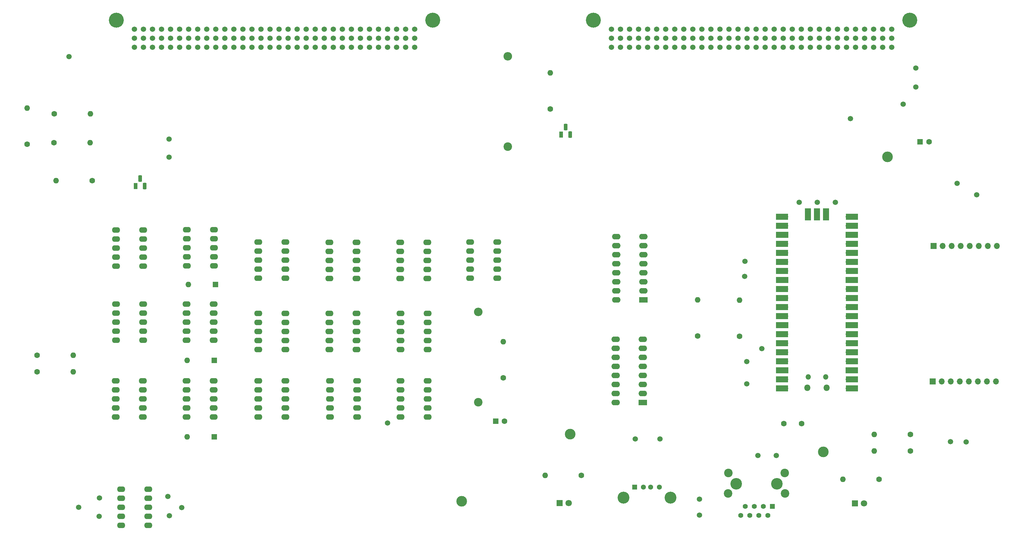
<source format=gts>
%TF.GenerationSoftware,KiCad,Pcbnew,7.0.5*%
%TF.CreationDate,2024-10-12T11:19:12-04:00*%
%TF.ProjectId,selftest_bd,73656c66-7465-4737-945f-62642e6b6963,2.1*%
%TF.SameCoordinates,Original*%
%TF.FileFunction,Soldermask,Top*%
%TF.FilePolarity,Negative*%
%FSLAX46Y46*%
G04 Gerber Fmt 4.6, Leading zero omitted, Abs format (unit mm)*
G04 Created by KiCad (PCBNEW 7.0.5) date 2024-10-12 11:19:12*
%MOMM*%
%LPD*%
G01*
G04 APERTURE LIST*
G04 Aperture macros list*
%AMRoundRect*
0 Rectangle with rounded corners*
0 $1 Rounding radius*
0 $2 $3 $4 $5 $6 $7 $8 $9 X,Y pos of 4 corners*
0 Add a 4 corners polygon primitive as box body*
4,1,4,$2,$3,$4,$5,$6,$7,$8,$9,$2,$3,0*
0 Add four circle primitives for the rounded corners*
1,1,$1+$1,$2,$3*
1,1,$1+$1,$4,$5*
1,1,$1+$1,$6,$7*
1,1,$1+$1,$8,$9*
0 Add four rect primitives between the rounded corners*
20,1,$1+$1,$2,$3,$4,$5,0*
20,1,$1+$1,$4,$5,$6,$7,0*
20,1,$1+$1,$6,$7,$8,$9,0*
20,1,$1+$1,$8,$9,$2,$3,0*%
G04 Aperture macros list end*
%ADD10C,1.500000*%
%ADD11R,1.800000X1.800000*%
%ADD12C,1.800000*%
%ADD13O,2.300000X1.600000*%
%ADD14R,1.600000X1.600000*%
%ADD15O,1.600000X1.600000*%
%ADD16C,3.250000*%
%ADD17R,1.408000X1.408000*%
%ADD18C,1.408000*%
%ADD19C,2.400000*%
%ADD20C,4.200000*%
%ADD21C,1.600000*%
%ADD22R,1.100000X1.800000*%
%ADD23RoundRect,0.275000X-0.275000X-0.625000X0.275000X-0.625000X0.275000X0.625000X-0.275000X0.625000X0*%
%ADD24R,2.400000X1.600000*%
%ADD25O,2.400000X1.600000*%
%ADD26O,2.400000X2.400000*%
%ADD27C,3.000000*%
%ADD28R,1.428000X1.428000*%
%ADD29C,1.428000*%
%ADD30C,3.346000*%
%ADD31R,1.700000X1.700000*%
%ADD32O,1.700000X1.700000*%
%ADD33O,1.800000X1.800000*%
%ADD34O,1.500000X1.500000*%
%ADD35R,3.500000X1.700000*%
%ADD36R,1.700000X3.500000*%
G04 APERTURE END LIST*
D10*
%TO.C,TP15*%
X215701800Y-98590000D03*
%TD*%
%TO.C,TP32*%
X27923500Y-139564335D03*
%TD*%
%TO.C,TP5*%
X259639000Y-26230000D03*
%TD*%
D11*
%TO.C,D4*%
X163063200Y-138421800D03*
D12*
X165603200Y-138421800D03*
%TD*%
D10*
%TO.C,TP23*%
X202387400Y-141774600D03*
%TD*%
%TO.C,TP40*%
X191313000Y-120337000D03*
%TD*%
D13*
%TO.C,K16*%
X125948400Y-75221600D03*
X125948400Y-72681600D03*
X125948400Y-70141600D03*
X125948400Y-67601600D03*
X125948400Y-65061600D03*
X118328400Y-65061600D03*
X118328400Y-67601600D03*
X118328400Y-70141600D03*
X118328400Y-72681600D03*
X118328400Y-75221600D03*
%TD*%
D10*
%TO.C,TP35*%
X33723500Y-142164335D03*
%TD*%
D13*
%TO.C,K4*%
X126015200Y-114226200D03*
X126015200Y-111686200D03*
X126015200Y-109146200D03*
X126015200Y-106606200D03*
X126015200Y-104066200D03*
X118395200Y-104066200D03*
X118395200Y-106606200D03*
X118395200Y-109146200D03*
X118395200Y-111686200D03*
X118395200Y-114226200D03*
%TD*%
D14*
%TO.C,D1*%
X66025200Y-98276200D03*
D15*
X58405200Y-98276200D03*
%TD*%
D16*
%TO.C,J3*%
X224129800Y-132960800D03*
X212699800Y-132960800D03*
D17*
X222859800Y-139310800D03*
D18*
X221589800Y-141850800D03*
X220319800Y-139310800D03*
X219049800Y-141850800D03*
X217779800Y-139310800D03*
X216509800Y-141850800D03*
X215239800Y-139310800D03*
X213969800Y-141850800D03*
D19*
X226439800Y-135710800D03*
X226329800Y-129910800D03*
X210499800Y-129910800D03*
X210389800Y-135710800D03*
%TD*%
D10*
%TO.C,J2*%
X122352000Y-5165335D03*
X119812000Y-5165335D03*
X117272000Y-5165335D03*
X114732000Y-5165335D03*
X112192000Y-5165335D03*
X109652000Y-5165335D03*
X107112000Y-5165335D03*
X104572000Y-5165335D03*
X102032000Y-5165335D03*
X99492000Y-5165335D03*
X96952000Y-5165335D03*
X94412000Y-5165335D03*
X91872000Y-5165335D03*
X89332000Y-5165335D03*
X86792000Y-5165335D03*
X84252000Y-5165335D03*
X81712000Y-5165335D03*
X79172000Y-5165335D03*
X76632000Y-5165335D03*
X74092000Y-5165335D03*
X71552000Y-5165335D03*
X69012000Y-5165335D03*
X66472000Y-5165335D03*
X63932000Y-5165335D03*
X61392000Y-5165335D03*
X58852000Y-5165335D03*
X56312000Y-5165335D03*
X53772000Y-5165335D03*
X51232000Y-5165335D03*
X48692000Y-5165335D03*
X46152000Y-5165335D03*
X43612000Y-5165335D03*
X122352000Y-7705335D03*
X119812000Y-7705335D03*
X117272000Y-7705335D03*
X114732000Y-7705335D03*
X112192000Y-7705335D03*
X109652000Y-7705335D03*
X107112000Y-7705335D03*
X104572000Y-7705335D03*
X102032000Y-7705335D03*
X99492000Y-7705335D03*
X96952000Y-7705335D03*
X94412000Y-7705335D03*
X91872000Y-7705335D03*
X89332000Y-7705335D03*
X86792000Y-7705335D03*
X84252000Y-7705335D03*
X81712000Y-7705335D03*
X79172000Y-7705335D03*
X76632000Y-7705335D03*
X74092000Y-7705335D03*
X71552000Y-7705335D03*
X69012000Y-7705335D03*
X66472000Y-7705335D03*
X63932000Y-7705335D03*
X61392000Y-7705335D03*
X58852000Y-7705335D03*
X56312000Y-7705335D03*
X53772000Y-7705335D03*
X51232000Y-7705335D03*
X48692000Y-7705335D03*
X46152000Y-7705335D03*
X43612000Y-7705335D03*
X122352000Y-10245335D03*
X119812000Y-10245335D03*
X117272000Y-10245335D03*
X114732000Y-10245335D03*
X112192000Y-10245335D03*
X109652000Y-10245335D03*
X107112000Y-10245335D03*
X104572000Y-10245335D03*
X102032000Y-10245335D03*
X99492000Y-10245335D03*
X96952000Y-10245335D03*
X94412000Y-10245335D03*
X91872000Y-10245335D03*
X89332000Y-10245335D03*
X86792000Y-10245335D03*
X84252000Y-10245335D03*
X81712000Y-10245335D03*
X79172000Y-10245335D03*
X76632000Y-10245335D03*
X74092000Y-10245335D03*
X71552000Y-10245335D03*
X69012000Y-10245335D03*
X66472000Y-10245335D03*
X63932000Y-10245335D03*
X61392000Y-10245335D03*
X58852000Y-10245335D03*
X56312000Y-10245335D03*
X53772000Y-10245335D03*
X51232000Y-10245335D03*
X48692000Y-10245335D03*
X46152000Y-10245335D03*
X43612000Y-10245335D03*
D20*
X127432000Y-2625335D03*
X38532000Y-2625335D03*
%TD*%
D10*
%TO.C,TP2*%
X244811200Y-30294000D03*
%TD*%
%TO.C,TP11*%
X230391400Y-53826600D03*
%TD*%
%TO.C,TP9*%
X25269600Y-12818665D03*
%TD*%
D21*
%TO.C,R9*%
X261671000Y-123766000D03*
D15*
X251511000Y-123766000D03*
%TD*%
D21*
%TO.C,R1*%
X147215200Y-103186200D03*
D15*
X147215200Y-93026200D03*
%TD*%
D21*
%TO.C,R7*%
X21056800Y-37050400D03*
D15*
X31216800Y-37050400D03*
%TD*%
D13*
%TO.C,K17*%
X47513500Y-144654335D03*
X47513500Y-142114335D03*
X47513500Y-139574335D03*
X47513500Y-137034335D03*
X47513500Y-134494335D03*
X39893500Y-134494335D03*
X39893500Y-137034335D03*
X39893500Y-139574335D03*
X39893500Y-142114335D03*
X39893500Y-144654335D03*
%TD*%
D10*
%TO.C,TP4*%
X53391000Y-36009000D03*
%TD*%
%TO.C,J1*%
X256387800Y-5165335D03*
X253847800Y-5165335D03*
X251307800Y-5165335D03*
X248767800Y-5165335D03*
X246227800Y-5165335D03*
X243687800Y-5165335D03*
X241147800Y-5165335D03*
X238607800Y-5165335D03*
X236067800Y-5165335D03*
X233527800Y-5165335D03*
X230987800Y-5165335D03*
X228447800Y-5165335D03*
X225907800Y-5165335D03*
X223367800Y-5165335D03*
X220827800Y-5165335D03*
X218287800Y-5165335D03*
X215747800Y-5165335D03*
X213207800Y-5165335D03*
X210667800Y-5165335D03*
X208127800Y-5165335D03*
X205587800Y-5165335D03*
X203047800Y-5165335D03*
X200507800Y-5165335D03*
X197967800Y-5165335D03*
X195427800Y-5165335D03*
X192887800Y-5165335D03*
X190347800Y-5165335D03*
X187807800Y-5165335D03*
X185267800Y-5165335D03*
X182727800Y-5165335D03*
X180187800Y-5165335D03*
X177647800Y-5165335D03*
X256387800Y-7705335D03*
X253847800Y-7705335D03*
X251307800Y-7705335D03*
X248767800Y-7705335D03*
X246227800Y-7705335D03*
X243687800Y-7705335D03*
X241147800Y-7705335D03*
X238607800Y-7705335D03*
X236067800Y-7705335D03*
X233527800Y-7705335D03*
X230987800Y-7705335D03*
X228447800Y-7705335D03*
X225907800Y-7705335D03*
X223367800Y-7705335D03*
X220827800Y-7705335D03*
X218287800Y-7705335D03*
X215747800Y-7705335D03*
X213207800Y-7705335D03*
X210667800Y-7705335D03*
X208127800Y-7705335D03*
X205587800Y-7705335D03*
X203047800Y-7705335D03*
X200507800Y-7705335D03*
X197967800Y-7705335D03*
X195427800Y-7705335D03*
X192887800Y-7705335D03*
X190347800Y-7705335D03*
X187807800Y-7705335D03*
X185267800Y-7705335D03*
X182727800Y-7705335D03*
X180187800Y-7705335D03*
X177647800Y-7705335D03*
X256387800Y-10245335D03*
X253847800Y-10245335D03*
X251307800Y-10245335D03*
X248767800Y-10245335D03*
X246227800Y-10245335D03*
X243687800Y-10245335D03*
X241147800Y-10245335D03*
X238607800Y-10245335D03*
X236067800Y-10245335D03*
X233527800Y-10245335D03*
X230987800Y-10245335D03*
X228447800Y-10245335D03*
X225907800Y-10245335D03*
X223367800Y-10245335D03*
X220827800Y-10245335D03*
X218287800Y-10245335D03*
X215747800Y-10245335D03*
X213207800Y-10245335D03*
X210667800Y-10245335D03*
X208127800Y-10245335D03*
X205587800Y-10245335D03*
X203047800Y-10245335D03*
X200507800Y-10245335D03*
X197967800Y-10245335D03*
X195427800Y-10245335D03*
X192887800Y-10245335D03*
X190347800Y-10245335D03*
X187807800Y-10245335D03*
X185267800Y-10245335D03*
X182727800Y-10245335D03*
X180187800Y-10245335D03*
X177647800Y-10245335D03*
D20*
X261467800Y-2625335D03*
X172567800Y-2625335D03*
%TD*%
D10*
%TO.C,TP14*%
X215701800Y-104889200D03*
%TD*%
D13*
%TO.C,K14*%
X86015200Y-75196200D03*
X86015200Y-72656200D03*
X86015200Y-70116200D03*
X86015200Y-67576200D03*
X86015200Y-65036200D03*
X78395200Y-65036200D03*
X78395200Y-67576200D03*
X78395200Y-70116200D03*
X78395200Y-72656200D03*
X78395200Y-75196200D03*
%TD*%
D22*
%TO.C,U4*%
X163550800Y-34758000D03*
D23*
X164820800Y-32688000D03*
X166090800Y-34758000D03*
%TD*%
D24*
%TO.C,U2*%
X186588600Y-81271800D03*
D25*
X186588600Y-78731800D03*
X186588600Y-76191800D03*
X186588600Y-73651800D03*
X186588600Y-71111800D03*
X186588600Y-68571800D03*
X186588600Y-66031800D03*
X186588600Y-63491800D03*
X178968600Y-63491800D03*
X178968600Y-66031800D03*
X178968600Y-68571800D03*
X178968600Y-71111800D03*
X178968600Y-73651800D03*
X178968600Y-76191800D03*
X178968600Y-78731800D03*
X178968600Y-81271800D03*
%TD*%
D24*
%TO.C,U3*%
X186436200Y-110151600D03*
D25*
X186436200Y-107611600D03*
X186436200Y-105071600D03*
X186436200Y-102531600D03*
X186436200Y-99991600D03*
X186436200Y-97451600D03*
X186436200Y-94911600D03*
X186436200Y-92371600D03*
X178816200Y-92371600D03*
X178816200Y-94911600D03*
X178816200Y-97451600D03*
X178816200Y-99991600D03*
X178816200Y-102531600D03*
X178816200Y-105071600D03*
X178816200Y-107611600D03*
X178816200Y-110151600D03*
%TD*%
D21*
%TO.C,C1*%
X231111000Y-116019000D03*
X226111000Y-116019000D03*
%TD*%
D10*
%TO.C,TP17*%
X219888000Y-94937000D03*
%TD*%
D13*
%TO.C,K6*%
X46085200Y-71756200D03*
X46085200Y-69216200D03*
X46085200Y-66676200D03*
X46085200Y-64136200D03*
X46085200Y-61596200D03*
X38465200Y-61596200D03*
X38465200Y-64136200D03*
X38465200Y-66676200D03*
X38465200Y-69216200D03*
X38465200Y-71756200D03*
%TD*%
D21*
%TO.C,R11*%
X201854000Y-91381000D03*
D15*
X201854000Y-81221000D03*
%TD*%
D19*
%TO.C,R12*%
X148539400Y-38142600D03*
D26*
X148539400Y-12742600D03*
%TD*%
D10*
%TO.C,TP1*%
X263131200Y-16054065D03*
%TD*%
D13*
%TO.C,K2*%
X86015200Y-114226200D03*
X86015200Y-111686200D03*
X86015200Y-109146200D03*
X86015200Y-106606200D03*
X86015200Y-104066200D03*
X78395200Y-104066200D03*
X78395200Y-106606200D03*
X78395200Y-109146200D03*
X78395200Y-111686200D03*
X78395200Y-114226200D03*
%TD*%
%TO.C,K9*%
X46085200Y-92616200D03*
X46085200Y-90076200D03*
X46085200Y-87536200D03*
X46085200Y-84996200D03*
X46085200Y-82456200D03*
X38465200Y-82456200D03*
X38465200Y-84996200D03*
X38465200Y-87536200D03*
X38465200Y-90076200D03*
X38465200Y-92616200D03*
%TD*%
D10*
%TO.C,TP20*%
X272923200Y-121175200D03*
%TD*%
D13*
%TO.C,K15*%
X106015200Y-75221600D03*
X106015200Y-72681600D03*
X106015200Y-70141600D03*
X106015200Y-67601600D03*
X106015200Y-65061600D03*
X98395200Y-65061600D03*
X98395200Y-67601600D03*
X98395200Y-70141600D03*
X98395200Y-72681600D03*
X98395200Y-75221600D03*
%TD*%
%TO.C,K13*%
X46015200Y-114226200D03*
X46015200Y-111686200D03*
X46015200Y-109146200D03*
X46015200Y-106606200D03*
X46015200Y-104066200D03*
X38395200Y-104066200D03*
X38395200Y-106606200D03*
X38395200Y-109146200D03*
X38395200Y-111686200D03*
X38395200Y-114226200D03*
%TD*%
D10*
%TO.C,TP24*%
X223952000Y-125010600D03*
%TD*%
D13*
%TO.C,K5*%
X106215200Y-114226200D03*
X106215200Y-111686200D03*
X106215200Y-109146200D03*
X106215200Y-106606200D03*
X106215200Y-104066200D03*
X98595200Y-104066200D03*
X98595200Y-106606200D03*
X98595200Y-109146200D03*
X98595200Y-111686200D03*
X98595200Y-114226200D03*
%TD*%
%TO.C,K8*%
X86015200Y-95226200D03*
X86015200Y-92686200D03*
X86015200Y-90146200D03*
X86015200Y-87606200D03*
X86015200Y-85066200D03*
X78395200Y-85066200D03*
X78395200Y-87606200D03*
X78395200Y-90146200D03*
X78395200Y-92686200D03*
X78395200Y-95226200D03*
%TD*%
D10*
%TO.C,TP25*%
X218821200Y-125010600D03*
%TD*%
D21*
%TO.C,R14*%
X31801000Y-47693000D03*
D15*
X21641000Y-47693000D03*
%TD*%
D27*
%TO.C,TP6*%
X135585400Y-137913800D03*
%TD*%
D10*
%TO.C,TP28*%
X114706600Y-115917400D03*
%TD*%
D21*
%TO.C,R6*%
X13513000Y-37482200D03*
D15*
X13513000Y-27322200D03*
%TD*%
D27*
%TO.C,TP37*%
X166040000Y-119016200D03*
%TD*%
D21*
%TO.C,R15*%
X169164200Y-130598600D03*
D15*
X159004200Y-130598600D03*
%TD*%
D14*
%TO.C,D3*%
X66375200Y-76926200D03*
D15*
X58755200Y-76926200D03*
%TD*%
D28*
%TO.C,J4*%
X184138400Y-133885065D03*
D29*
X186638400Y-133885065D03*
X188638400Y-133885065D03*
X191138400Y-133885065D03*
D30*
X181068400Y-136885065D03*
X194208400Y-136885065D03*
%TD*%
D31*
%TO.C,J6*%
X268135600Y-66085600D03*
D32*
X270675600Y-66085600D03*
X273215600Y-66085600D03*
X275755600Y-66085600D03*
X278295600Y-66085600D03*
X280835600Y-66085600D03*
X283375600Y-66085600D03*
X285915600Y-66085600D03*
%TD*%
D10*
%TO.C,TP34*%
X53023500Y-136564335D03*
%TD*%
D13*
%TO.C,K3*%
X126015200Y-95226200D03*
X126015200Y-92686200D03*
X126015200Y-90146200D03*
X126015200Y-87606200D03*
X126015200Y-85066200D03*
X118395200Y-85066200D03*
X118395200Y-87606200D03*
X118395200Y-90146200D03*
X118395200Y-92686200D03*
X118395200Y-95226200D03*
%TD*%
D10*
%TO.C,TP33*%
X53423500Y-141964335D03*
%TD*%
%TO.C,TP26*%
X274752000Y-48455000D03*
%TD*%
D13*
%TO.C,K1*%
X145542200Y-75205600D03*
X145542200Y-72665600D03*
X145542200Y-70125600D03*
X145542200Y-67585600D03*
X145542200Y-65045600D03*
X137922200Y-65045600D03*
X137922200Y-67585600D03*
X137922200Y-70125600D03*
X137922200Y-72665600D03*
X137922200Y-75205600D03*
%TD*%
D10*
%TO.C,TP13*%
X240551400Y-53826600D03*
%TD*%
%TO.C,TP12*%
X235471400Y-53826600D03*
%TD*%
D13*
%TO.C,K12*%
X65938600Y-71670600D03*
X65938600Y-69130600D03*
X65938600Y-66590600D03*
X65938600Y-64050600D03*
X65938600Y-61510600D03*
X58318600Y-61510600D03*
X58318600Y-64050600D03*
X58318600Y-66590600D03*
X58318600Y-69130600D03*
X58318600Y-71670600D03*
%TD*%
D10*
%TO.C,TP22*%
X202387400Y-137278800D03*
%TD*%
D21*
%TO.C,R5*%
X21133000Y-28897000D03*
D15*
X31293000Y-28897000D03*
%TD*%
D10*
%TO.C,TP36*%
X33823500Y-136964335D03*
%TD*%
D21*
%TO.C,R4*%
X16306200Y-101466600D03*
D15*
X26466200Y-101466600D03*
%TD*%
D14*
%TO.C,C3*%
X264379144Y-36771000D03*
D21*
X266879144Y-36771000D03*
%TD*%
D27*
%TO.C,TP38*%
X255244800Y-41020865D03*
%TD*%
D10*
%TO.C,TP39*%
X184329400Y-120414465D03*
%TD*%
%TO.C,TP27*%
X280289200Y-51680800D03*
%TD*%
D13*
%TO.C,K7*%
X106015200Y-95226200D03*
X106015200Y-92686200D03*
X106015200Y-90146200D03*
X106015200Y-87606200D03*
X106015200Y-85066200D03*
X98395200Y-85066200D03*
X98395200Y-87606200D03*
X98395200Y-90146200D03*
X98395200Y-92686200D03*
X98395200Y-95226200D03*
%TD*%
D10*
%TO.C,TP21*%
X277292000Y-121226000D03*
%TD*%
D21*
%TO.C,R13*%
X160426600Y-27550800D03*
D15*
X160426600Y-17390800D03*
%TD*%
D21*
%TO.C,R10*%
X213665000Y-91508000D03*
D15*
X213665000Y-81348000D03*
%TD*%
D14*
%TO.C,C2*%
X145125000Y-115384000D03*
D21*
X147625000Y-115384000D03*
%TD*%
D10*
%TO.C,TP19*%
X215176800Y-70446800D03*
%TD*%
%TO.C,TP18*%
X215062000Y-74617000D03*
%TD*%
D13*
%TO.C,K11*%
X65928200Y-114226200D03*
X65928200Y-111686200D03*
X65928200Y-109146200D03*
X65928200Y-106606200D03*
X65928200Y-104066200D03*
X58308200Y-104066200D03*
X58308200Y-106606200D03*
X58308200Y-109146200D03*
X58308200Y-111686200D03*
X58308200Y-114226200D03*
%TD*%
D10*
%TO.C,TP7*%
X263131200Y-21394065D03*
%TD*%
D27*
%TO.C,TP3*%
X237210800Y-124045400D03*
%TD*%
D14*
%TO.C,D2*%
X66040200Y-119778200D03*
D15*
X58420200Y-119778200D03*
%TD*%
D10*
%TO.C,TP8*%
X53391000Y-41089000D03*
%TD*%
D21*
%TO.C,R3*%
X16256200Y-96816600D03*
D15*
X26416200Y-96816600D03*
%TD*%
D10*
%TO.C,TP31*%
X56947000Y-139641000D03*
%TD*%
D33*
%TO.C,U1*%
X238107000Y-105983000D03*
D34*
X237807000Y-102953000D03*
X232957000Y-102953000D03*
D33*
X232657000Y-105983000D03*
D32*
X244272000Y-106113000D03*
D35*
X245172000Y-106113000D03*
D32*
X244272000Y-103573000D03*
D35*
X245172000Y-103573000D03*
D31*
X244272000Y-101033000D03*
D35*
X245172000Y-101033000D03*
D32*
X244272000Y-98493000D03*
D35*
X245172000Y-98493000D03*
D32*
X244272000Y-95953000D03*
D35*
X245172000Y-95953000D03*
D32*
X244272000Y-93413000D03*
D35*
X245172000Y-93413000D03*
D32*
X244272000Y-90873000D03*
D35*
X245172000Y-90873000D03*
D31*
X244272000Y-88333000D03*
D35*
X245172000Y-88333000D03*
D32*
X244272000Y-85793000D03*
D35*
X245172000Y-85793000D03*
D32*
X244272000Y-83253000D03*
D35*
X245172000Y-83253000D03*
D32*
X244272000Y-80713000D03*
D35*
X245172000Y-80713000D03*
D32*
X244272000Y-78173000D03*
D35*
X245172000Y-78173000D03*
D31*
X244272000Y-75633000D03*
D35*
X245172000Y-75633000D03*
D32*
X244272000Y-73093000D03*
D35*
X245172000Y-73093000D03*
D32*
X244272000Y-70553000D03*
D35*
X245172000Y-70553000D03*
D32*
X244272000Y-68013000D03*
D35*
X245172000Y-68013000D03*
D32*
X244272000Y-65473000D03*
D35*
X245172000Y-65473000D03*
D31*
X244272000Y-62933000D03*
D35*
X245172000Y-62933000D03*
D32*
X244272000Y-60393000D03*
D35*
X245172000Y-60393000D03*
D32*
X244272000Y-57853000D03*
D35*
X245172000Y-57853000D03*
D32*
X226492000Y-57853000D03*
D35*
X225592000Y-57853000D03*
D32*
X226492000Y-60393000D03*
D35*
X225592000Y-60393000D03*
D31*
X226492000Y-62933000D03*
D35*
X225592000Y-62933000D03*
D32*
X226492000Y-65473000D03*
D35*
X225592000Y-65473000D03*
D32*
X226492000Y-68013000D03*
D35*
X225592000Y-68013000D03*
D32*
X226492000Y-70553000D03*
D35*
X225592000Y-70553000D03*
D32*
X226492000Y-73093000D03*
D35*
X225592000Y-73093000D03*
D31*
X226492000Y-75633000D03*
D35*
X225592000Y-75633000D03*
D32*
X226492000Y-78173000D03*
D35*
X225592000Y-78173000D03*
D32*
X226492000Y-80713000D03*
D35*
X225592000Y-80713000D03*
D32*
X226492000Y-83253000D03*
D35*
X225592000Y-83253000D03*
D32*
X226492000Y-85793000D03*
D35*
X225592000Y-85793000D03*
D31*
X226492000Y-88333000D03*
D35*
X225592000Y-88333000D03*
D32*
X226492000Y-90873000D03*
D35*
X225592000Y-90873000D03*
D32*
X226492000Y-93413000D03*
D35*
X225592000Y-93413000D03*
D32*
X226492000Y-95953000D03*
D35*
X225592000Y-95953000D03*
D32*
X226492000Y-98493000D03*
D35*
X225592000Y-98493000D03*
D31*
X226492000Y-101033000D03*
D35*
X225592000Y-101033000D03*
D32*
X226492000Y-103573000D03*
D35*
X225592000Y-103573000D03*
D32*
X226492000Y-106113000D03*
D35*
X225592000Y-106113000D03*
D32*
X237922000Y-58083000D03*
D36*
X237922000Y-57183000D03*
D31*
X235382000Y-58083000D03*
D36*
X235382000Y-57183000D03*
D32*
X232842000Y-58083000D03*
D36*
X232842000Y-57183000D03*
%TD*%
D22*
%TO.C,U5*%
X43993000Y-49236000D03*
D23*
X45263000Y-47166000D03*
X46533000Y-49236000D03*
%TD*%
D13*
%TO.C,K10*%
X65928200Y-92616200D03*
X65928200Y-90076200D03*
X65928200Y-87536200D03*
X65928200Y-84996200D03*
X65928200Y-82456200D03*
X58308200Y-82456200D03*
X58308200Y-84996200D03*
X58308200Y-87536200D03*
X58308200Y-90076200D03*
X58308200Y-92616200D03*
%TD*%
D19*
%TO.C,R2*%
X140215200Y-110026200D03*
D26*
X140215200Y-84626200D03*
%TD*%
D11*
%TO.C,D5*%
X246045000Y-138523400D03*
D12*
X248585000Y-138523400D03*
%TD*%
D21*
%TO.C,R16*%
X252806400Y-131741600D03*
D15*
X242646400Y-131741600D03*
%TD*%
D21*
%TO.C,R8*%
X261671000Y-119067000D03*
D15*
X251511000Y-119067000D03*
%TD*%
D31*
%TO.C,J5*%
X267932000Y-104185600D03*
D32*
X270472000Y-104185600D03*
X273012000Y-104185600D03*
X275552000Y-104185600D03*
X278092000Y-104185600D03*
X280632000Y-104185600D03*
X283172000Y-104185600D03*
X285712000Y-104185600D03*
%TD*%
M02*

</source>
